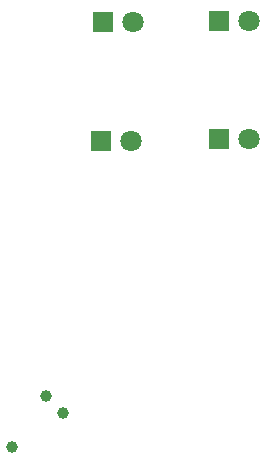
<source format=gts>
G04 Layer: TopSolderMaskLayer*
G04 EasyEDA Pro v2.2.43.4, 2025-11-10 11:02:42*
G04 Gerber Generator version 0.3*
G04 Scale: 100 percent, Rotated: No, Reflected: No*
G04 Dimensions in millimeters*
G04 Leading zeros omitted, absolute positions, 4 integers and 5 decimals*
G04 Generated by one-click*
%FSLAX45Y45*%
%MOMM*%
%ADD10R,1.8X1.8*%
%ADD11C,1.8*%
%ADD12C,0.991*%
%ADD13C,0.2928*%
G75*


G04 Pad Start*
G54D10*
G01X12446000Y-8210000D03*
G54D11*
G01X12700000Y-8210000D03*
G54D10*
G01X13430000Y-8200000D03*
G54D11*
G01X13684000Y-8200000D03*
G54D10*
G01X12436000Y-9210000D03*
G54D11*
G01X12690000Y-9210000D03*
G54D10*
G01X13430000Y-9200000D03*
G54D11*
G01X13684000Y-9200000D03*
G54D12*
G01X11680395Y-11805605D03*
G01X11967763Y-11374553D03*
G01X12111447Y-11518237D03*
G04 Pad End*

M02*


</source>
